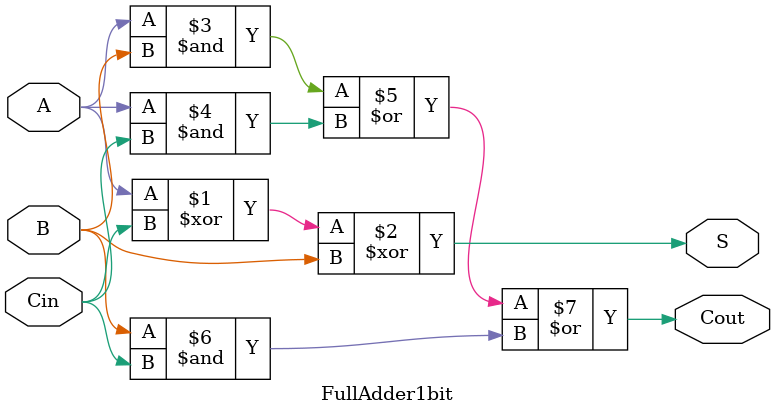
<source format=v>

module FullAdder1bit(A,B,S,Cin,Cout);
input A,B,Cin;
output S,Cout;

assign S = (A ^ Cin) ^ B;
assign Cout = (A&B) | (A&Cin) | (B&Cin);

endmodule
</source>
